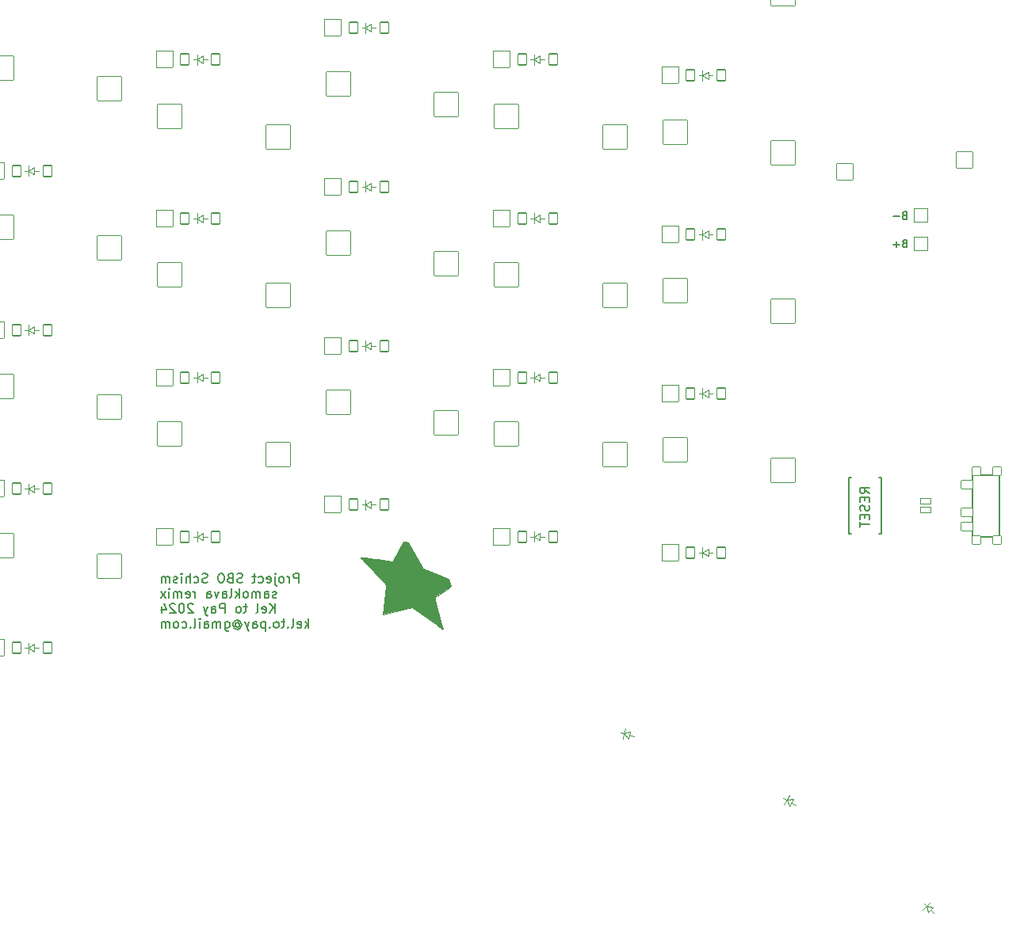
<source format=gbo>
%TF.GenerationSoftware,KiCad,Pcbnew,8.0.2*%
%TF.CreationDate,2024-05-30T16:07:25+01:00*%
%TF.ProjectId,board,626f6172-642e-46b6-9963-61645f706362,0.3*%
%TF.SameCoordinates,Original*%
%TF.FileFunction,Legend,Bot*%
%TF.FilePolarity,Positive*%
%FSLAX46Y46*%
G04 Gerber Fmt 4.6, Leading zero omitted, Abs format (unit mm)*
G04 Created by KiCad (PCBNEW 8.0.2) date 2024-05-30 16:07:25*
%MOMM*%
%LPD*%
G01*
G04 APERTURE LIST*
G04 Aperture macros list*
%AMRoundRect*
0 Rectangle with rounded corners*
0 $1 Rounding radius*
0 $2 $3 $4 $5 $6 $7 $8 $9 X,Y pos of 4 corners*
0 Add a 4 corners polygon primitive as box body*
4,1,4,$2,$3,$4,$5,$6,$7,$8,$9,$2,$3,0*
0 Add four circle primitives for the rounded corners*
1,1,$1+$1,$2,$3*
1,1,$1+$1,$4,$5*
1,1,$1+$1,$6,$7*
1,1,$1+$1,$8,$9*
0 Add four rect primitives between the rounded corners*
20,1,$1+$1,$2,$3,$4,$5,0*
20,1,$1+$1,$4,$5,$6,$7,0*
20,1,$1+$1,$6,$7,$8,$9,0*
20,1,$1+$1,$8,$9,$2,$3,0*%
G04 Aperture macros list end*
%ADD10C,0.150000*%
%ADD11C,0.050000*%
%ADD12C,0.100000*%
%ADD13R,1.752600X1.752600*%
%ADD14C,1.752600*%
%ADD15C,1.100000*%
%ADD16C,2.100000*%
%ADD17C,1.801800*%
%ADD18C,3.100000*%
%ADD19C,3.529000*%
%ADD20RoundRect,0.050000X-1.300000X-1.300000X1.300000X-1.300000X1.300000X1.300000X-1.300000X1.300000X0*%
%ADD21RoundRect,0.050000X-0.889000X-0.889000X0.889000X-0.889000X0.889000X0.889000X-0.889000X0.889000X0*%
%ADD22RoundRect,0.050000X-0.450000X-0.600000X0.450000X-0.600000X0.450000X0.600000X-0.450000X0.600000X0*%
%ADD23C,2.005000*%
%ADD24RoundRect,0.050000X-1.088798X-0.628618X0.628618X-1.088798X1.088798X0.628618X-0.628618X1.088798X0*%
%ADD25RoundRect,0.050000X-0.589958X-0.463087X0.279375X-0.696024X0.589958X0.463087X-0.279375X0.696024X0*%
%ADD26RoundRect,0.050000X-1.838478X0.000000X0.000000X-1.838478X1.838478X0.000000X0.000000X1.838478X0*%
%ADD27RoundRect,0.050000X-0.750000X-0.750000X0.750000X-0.750000X0.750000X0.750000X-0.750000X0.750000X0*%
%ADD28C,1.300000*%
%ADD29O,2.300000X1.700000*%
%ADD30RoundRect,0.050000X-1.592168X-0.919239X0.919239X-1.592168X1.592168X0.919239X-0.919239X1.592168X0*%
%ADD31RoundRect,0.050000X-1.257236X0.000000X0.000000X-1.257236X1.257236X0.000000X0.000000X1.257236X0*%
%ADD32RoundRect,0.050000X-0.742462X-0.106066X-0.106066X-0.742462X0.742462X0.106066X0.106066X0.742462X0*%
%ADD33RoundRect,0.050000X-1.214397X-0.325397X0.325397X-1.214397X1.214397X0.325397X-0.325397X1.214397X0*%
%ADD34RoundRect,0.050000X-0.689711X-0.294615X0.089711X-0.744615X0.689711X0.294615X-0.089711X0.744615X0*%
%ADD35RoundRect,0.050000X-0.450000X0.450000X-0.450000X-0.450000X0.450000X-0.450000X0.450000X0.450000X0*%
%ADD36RoundRect,0.050000X-0.625000X0.450000X-0.625000X-0.450000X0.625000X-0.450000X0.625000X0.450000X0*%
%ADD37RoundRect,0.050000X-0.571500X0.317500X-0.571500X-0.317500X0.571500X-0.317500X0.571500X0.317500X0*%
%ADD38RoundRect,0.050000X-0.876300X0.876300X-0.876300X-0.876300X0.876300X-0.876300X0.876300X0.876300X0*%
%ADD39C,1.852600*%
%ADD40RoundRect,0.050000X-1.775833X-0.475833X0.475833X-1.775833X1.775833X0.475833X-0.475833X1.775833X0*%
G04 APERTURE END LIST*
D10*
X28503446Y1960096D02*
X28503446Y2960096D01*
X28503446Y2960096D02*
X28122494Y2960096D01*
X28122494Y2960096D02*
X28027256Y2912477D01*
X28027256Y2912477D02*
X27979637Y2864858D01*
X27979637Y2864858D02*
X27932018Y2769620D01*
X27932018Y2769620D02*
X27932018Y2626763D01*
X27932018Y2626763D02*
X27979637Y2531525D01*
X27979637Y2531525D02*
X28027256Y2483906D01*
X28027256Y2483906D02*
X28122494Y2436287D01*
X28122494Y2436287D02*
X28503446Y2436287D01*
X27503446Y1960096D02*
X27503446Y2626763D01*
X27503446Y2436287D02*
X27455827Y2531525D01*
X27455827Y2531525D02*
X27408208Y2579144D01*
X27408208Y2579144D02*
X27312970Y2626763D01*
X27312970Y2626763D02*
X27217732Y2626763D01*
X26741541Y1960096D02*
X26836779Y2007716D01*
X26836779Y2007716D02*
X26884398Y2055335D01*
X26884398Y2055335D02*
X26932017Y2150573D01*
X26932017Y2150573D02*
X26932017Y2436287D01*
X26932017Y2436287D02*
X26884398Y2531525D01*
X26884398Y2531525D02*
X26836779Y2579144D01*
X26836779Y2579144D02*
X26741541Y2626763D01*
X26741541Y2626763D02*
X26598684Y2626763D01*
X26598684Y2626763D02*
X26503446Y2579144D01*
X26503446Y2579144D02*
X26455827Y2531525D01*
X26455827Y2531525D02*
X26408208Y2436287D01*
X26408208Y2436287D02*
X26408208Y2150573D01*
X26408208Y2150573D02*
X26455827Y2055335D01*
X26455827Y2055335D02*
X26503446Y2007716D01*
X26503446Y2007716D02*
X26598684Y1960096D01*
X26598684Y1960096D02*
X26741541Y1960096D01*
X25979636Y2626763D02*
X25979636Y1769620D01*
X25979636Y1769620D02*
X26027255Y1674382D01*
X26027255Y1674382D02*
X26122493Y1626763D01*
X26122493Y1626763D02*
X26170112Y1626763D01*
X25979636Y2960096D02*
X26027255Y2912477D01*
X26027255Y2912477D02*
X25979636Y2864858D01*
X25979636Y2864858D02*
X25932017Y2912477D01*
X25932017Y2912477D02*
X25979636Y2960096D01*
X25979636Y2960096D02*
X25979636Y2864858D01*
X25122494Y2007716D02*
X25217732Y1960096D01*
X25217732Y1960096D02*
X25408208Y1960096D01*
X25408208Y1960096D02*
X25503446Y2007716D01*
X25503446Y2007716D02*
X25551065Y2102954D01*
X25551065Y2102954D02*
X25551065Y2483906D01*
X25551065Y2483906D02*
X25503446Y2579144D01*
X25503446Y2579144D02*
X25408208Y2626763D01*
X25408208Y2626763D02*
X25217732Y2626763D01*
X25217732Y2626763D02*
X25122494Y2579144D01*
X25122494Y2579144D02*
X25074875Y2483906D01*
X25074875Y2483906D02*
X25074875Y2388668D01*
X25074875Y2388668D02*
X25551065Y2293430D01*
X24217732Y2007716D02*
X24312970Y1960096D01*
X24312970Y1960096D02*
X24503446Y1960096D01*
X24503446Y1960096D02*
X24598684Y2007716D01*
X24598684Y2007716D02*
X24646303Y2055335D01*
X24646303Y2055335D02*
X24693922Y2150573D01*
X24693922Y2150573D02*
X24693922Y2436287D01*
X24693922Y2436287D02*
X24646303Y2531525D01*
X24646303Y2531525D02*
X24598684Y2579144D01*
X24598684Y2579144D02*
X24503446Y2626763D01*
X24503446Y2626763D02*
X24312970Y2626763D01*
X24312970Y2626763D02*
X24217732Y2579144D01*
X23932017Y2626763D02*
X23551065Y2626763D01*
X23789160Y2960096D02*
X23789160Y2102954D01*
X23789160Y2102954D02*
X23741541Y2007716D01*
X23741541Y2007716D02*
X23646303Y1960096D01*
X23646303Y1960096D02*
X23551065Y1960096D01*
X22503445Y2007716D02*
X22360588Y1960096D01*
X22360588Y1960096D02*
X22122493Y1960096D01*
X22122493Y1960096D02*
X22027255Y2007716D01*
X22027255Y2007716D02*
X21979636Y2055335D01*
X21979636Y2055335D02*
X21932017Y2150573D01*
X21932017Y2150573D02*
X21932017Y2245811D01*
X21932017Y2245811D02*
X21979636Y2341049D01*
X21979636Y2341049D02*
X22027255Y2388668D01*
X22027255Y2388668D02*
X22122493Y2436287D01*
X22122493Y2436287D02*
X22312969Y2483906D01*
X22312969Y2483906D02*
X22408207Y2531525D01*
X22408207Y2531525D02*
X22455826Y2579144D01*
X22455826Y2579144D02*
X22503445Y2674382D01*
X22503445Y2674382D02*
X22503445Y2769620D01*
X22503445Y2769620D02*
X22455826Y2864858D01*
X22455826Y2864858D02*
X22408207Y2912477D01*
X22408207Y2912477D02*
X22312969Y2960096D01*
X22312969Y2960096D02*
X22074874Y2960096D01*
X22074874Y2960096D02*
X21932017Y2912477D01*
X21170112Y2483906D02*
X21027255Y2436287D01*
X21027255Y2436287D02*
X20979636Y2388668D01*
X20979636Y2388668D02*
X20932017Y2293430D01*
X20932017Y2293430D02*
X20932017Y2150573D01*
X20932017Y2150573D02*
X20979636Y2055335D01*
X20979636Y2055335D02*
X21027255Y2007716D01*
X21027255Y2007716D02*
X21122493Y1960096D01*
X21122493Y1960096D02*
X21503445Y1960096D01*
X21503445Y1960096D02*
X21503445Y2960096D01*
X21503445Y2960096D02*
X21170112Y2960096D01*
X21170112Y2960096D02*
X21074874Y2912477D01*
X21074874Y2912477D02*
X21027255Y2864858D01*
X21027255Y2864858D02*
X20979636Y2769620D01*
X20979636Y2769620D02*
X20979636Y2674382D01*
X20979636Y2674382D02*
X21027255Y2579144D01*
X21027255Y2579144D02*
X21074874Y2531525D01*
X21074874Y2531525D02*
X21170112Y2483906D01*
X21170112Y2483906D02*
X21503445Y2483906D01*
X20312969Y2960096D02*
X20122493Y2960096D01*
X20122493Y2960096D02*
X20027255Y2912477D01*
X20027255Y2912477D02*
X19932017Y2817239D01*
X19932017Y2817239D02*
X19884398Y2626763D01*
X19884398Y2626763D02*
X19884398Y2293430D01*
X19884398Y2293430D02*
X19932017Y2102954D01*
X19932017Y2102954D02*
X20027255Y2007716D01*
X20027255Y2007716D02*
X20122493Y1960096D01*
X20122493Y1960096D02*
X20312969Y1960096D01*
X20312969Y1960096D02*
X20408207Y2007716D01*
X20408207Y2007716D02*
X20503445Y2102954D01*
X20503445Y2102954D02*
X20551064Y2293430D01*
X20551064Y2293430D02*
X20551064Y2626763D01*
X20551064Y2626763D02*
X20503445Y2817239D01*
X20503445Y2817239D02*
X20408207Y2912477D01*
X20408207Y2912477D02*
X20312969Y2960096D01*
X18741540Y2007716D02*
X18598683Y1960096D01*
X18598683Y1960096D02*
X18360588Y1960096D01*
X18360588Y1960096D02*
X18265350Y2007716D01*
X18265350Y2007716D02*
X18217731Y2055335D01*
X18217731Y2055335D02*
X18170112Y2150573D01*
X18170112Y2150573D02*
X18170112Y2245811D01*
X18170112Y2245811D02*
X18217731Y2341049D01*
X18217731Y2341049D02*
X18265350Y2388668D01*
X18265350Y2388668D02*
X18360588Y2436287D01*
X18360588Y2436287D02*
X18551064Y2483906D01*
X18551064Y2483906D02*
X18646302Y2531525D01*
X18646302Y2531525D02*
X18693921Y2579144D01*
X18693921Y2579144D02*
X18741540Y2674382D01*
X18741540Y2674382D02*
X18741540Y2769620D01*
X18741540Y2769620D02*
X18693921Y2864858D01*
X18693921Y2864858D02*
X18646302Y2912477D01*
X18646302Y2912477D02*
X18551064Y2960096D01*
X18551064Y2960096D02*
X18312969Y2960096D01*
X18312969Y2960096D02*
X18170112Y2912477D01*
X17312969Y2007716D02*
X17408207Y1960096D01*
X17408207Y1960096D02*
X17598683Y1960096D01*
X17598683Y1960096D02*
X17693921Y2007716D01*
X17693921Y2007716D02*
X17741540Y2055335D01*
X17741540Y2055335D02*
X17789159Y2150573D01*
X17789159Y2150573D02*
X17789159Y2436287D01*
X17789159Y2436287D02*
X17741540Y2531525D01*
X17741540Y2531525D02*
X17693921Y2579144D01*
X17693921Y2579144D02*
X17598683Y2626763D01*
X17598683Y2626763D02*
X17408207Y2626763D01*
X17408207Y2626763D02*
X17312969Y2579144D01*
X16884397Y1960096D02*
X16884397Y2960096D01*
X16455826Y1960096D02*
X16455826Y2483906D01*
X16455826Y2483906D02*
X16503445Y2579144D01*
X16503445Y2579144D02*
X16598683Y2626763D01*
X16598683Y2626763D02*
X16741540Y2626763D01*
X16741540Y2626763D02*
X16836778Y2579144D01*
X16836778Y2579144D02*
X16884397Y2531525D01*
X15979635Y1960096D02*
X15979635Y2626763D01*
X15979635Y2960096D02*
X16027254Y2912477D01*
X16027254Y2912477D02*
X15979635Y2864858D01*
X15979635Y2864858D02*
X15932016Y2912477D01*
X15932016Y2912477D02*
X15979635Y2960096D01*
X15979635Y2960096D02*
X15979635Y2864858D01*
X15551064Y2007716D02*
X15455826Y1960096D01*
X15455826Y1960096D02*
X15265350Y1960096D01*
X15265350Y1960096D02*
X15170112Y2007716D01*
X15170112Y2007716D02*
X15122493Y2102954D01*
X15122493Y2102954D02*
X15122493Y2150573D01*
X15122493Y2150573D02*
X15170112Y2245811D01*
X15170112Y2245811D02*
X15265350Y2293430D01*
X15265350Y2293430D02*
X15408207Y2293430D01*
X15408207Y2293430D02*
X15503445Y2341049D01*
X15503445Y2341049D02*
X15551064Y2436287D01*
X15551064Y2436287D02*
X15551064Y2483906D01*
X15551064Y2483906D02*
X15503445Y2579144D01*
X15503445Y2579144D02*
X15408207Y2626763D01*
X15408207Y2626763D02*
X15265350Y2626763D01*
X15265350Y2626763D02*
X15170112Y2579144D01*
X14693921Y1960096D02*
X14693921Y2626763D01*
X14693921Y2531525D02*
X14646302Y2579144D01*
X14646302Y2579144D02*
X14551064Y2626763D01*
X14551064Y2626763D02*
X14408207Y2626763D01*
X14408207Y2626763D02*
X14312969Y2579144D01*
X14312969Y2579144D02*
X14265350Y2483906D01*
X14265350Y2483906D02*
X14265350Y1960096D01*
X14265350Y2483906D02*
X14217731Y2579144D01*
X14217731Y2579144D02*
X14122493Y2626763D01*
X14122493Y2626763D02*
X13979636Y2626763D01*
X13979636Y2626763D02*
X13884397Y2579144D01*
X13884397Y2579144D02*
X13836778Y2483906D01*
X13836778Y2483906D02*
X13836778Y1960096D01*
X26122494Y397772D02*
X26027256Y350152D01*
X26027256Y350152D02*
X25836780Y350152D01*
X25836780Y350152D02*
X25741542Y397772D01*
X25741542Y397772D02*
X25693923Y493010D01*
X25693923Y493010D02*
X25693923Y540629D01*
X25693923Y540629D02*
X25741542Y635867D01*
X25741542Y635867D02*
X25836780Y683486D01*
X25836780Y683486D02*
X25979637Y683486D01*
X25979637Y683486D02*
X26074875Y731105D01*
X26074875Y731105D02*
X26122494Y826343D01*
X26122494Y826343D02*
X26122494Y873962D01*
X26122494Y873962D02*
X26074875Y969200D01*
X26074875Y969200D02*
X25979637Y1016819D01*
X25979637Y1016819D02*
X25836780Y1016819D01*
X25836780Y1016819D02*
X25741542Y969200D01*
X24836780Y350152D02*
X24836780Y873962D01*
X24836780Y873962D02*
X24884399Y969200D01*
X24884399Y969200D02*
X24979637Y1016819D01*
X24979637Y1016819D02*
X25170113Y1016819D01*
X25170113Y1016819D02*
X25265351Y969200D01*
X24836780Y397772D02*
X24932018Y350152D01*
X24932018Y350152D02*
X25170113Y350152D01*
X25170113Y350152D02*
X25265351Y397772D01*
X25265351Y397772D02*
X25312970Y493010D01*
X25312970Y493010D02*
X25312970Y588248D01*
X25312970Y588248D02*
X25265351Y683486D01*
X25265351Y683486D02*
X25170113Y731105D01*
X25170113Y731105D02*
X24932018Y731105D01*
X24932018Y731105D02*
X24836780Y778724D01*
X24360589Y350152D02*
X24360589Y1016819D01*
X24360589Y921581D02*
X24312970Y969200D01*
X24312970Y969200D02*
X24217732Y1016819D01*
X24217732Y1016819D02*
X24074875Y1016819D01*
X24074875Y1016819D02*
X23979637Y969200D01*
X23979637Y969200D02*
X23932018Y873962D01*
X23932018Y873962D02*
X23932018Y350152D01*
X23932018Y873962D02*
X23884399Y969200D01*
X23884399Y969200D02*
X23789161Y1016819D01*
X23789161Y1016819D02*
X23646304Y1016819D01*
X23646304Y1016819D02*
X23551065Y969200D01*
X23551065Y969200D02*
X23503446Y873962D01*
X23503446Y873962D02*
X23503446Y350152D01*
X22884399Y350152D02*
X22979637Y397772D01*
X22979637Y397772D02*
X23027256Y445391D01*
X23027256Y445391D02*
X23074875Y540629D01*
X23074875Y540629D02*
X23074875Y826343D01*
X23074875Y826343D02*
X23027256Y921581D01*
X23027256Y921581D02*
X22979637Y969200D01*
X22979637Y969200D02*
X22884399Y1016819D01*
X22884399Y1016819D02*
X22741542Y1016819D01*
X22741542Y1016819D02*
X22646304Y969200D01*
X22646304Y969200D02*
X22598685Y921581D01*
X22598685Y921581D02*
X22551066Y826343D01*
X22551066Y826343D02*
X22551066Y540629D01*
X22551066Y540629D02*
X22598685Y445391D01*
X22598685Y445391D02*
X22646304Y397772D01*
X22646304Y397772D02*
X22741542Y350152D01*
X22741542Y350152D02*
X22884399Y350152D01*
X22122494Y350152D02*
X22122494Y1350152D01*
X22027256Y731105D02*
X21741542Y350152D01*
X21741542Y1016819D02*
X22122494Y635867D01*
X21170113Y350152D02*
X21265351Y397772D01*
X21265351Y397772D02*
X21312970Y493010D01*
X21312970Y493010D02*
X21312970Y1350152D01*
X20360589Y350152D02*
X20360589Y873962D01*
X20360589Y873962D02*
X20408208Y969200D01*
X20408208Y969200D02*
X20503446Y1016819D01*
X20503446Y1016819D02*
X20693922Y1016819D01*
X20693922Y1016819D02*
X20789160Y969200D01*
X20360589Y397772D02*
X20455827Y350152D01*
X20455827Y350152D02*
X20693922Y350152D01*
X20693922Y350152D02*
X20789160Y397772D01*
X20789160Y397772D02*
X20836779Y493010D01*
X20836779Y493010D02*
X20836779Y588248D01*
X20836779Y588248D02*
X20789160Y683486D01*
X20789160Y683486D02*
X20693922Y731105D01*
X20693922Y731105D02*
X20455827Y731105D01*
X20455827Y731105D02*
X20360589Y778724D01*
X19979636Y1016819D02*
X19741541Y350152D01*
X19741541Y350152D02*
X19503446Y1016819D01*
X18693922Y350152D02*
X18693922Y873962D01*
X18693922Y873962D02*
X18741541Y969200D01*
X18741541Y969200D02*
X18836779Y1016819D01*
X18836779Y1016819D02*
X19027255Y1016819D01*
X19027255Y1016819D02*
X19122493Y969200D01*
X18693922Y397772D02*
X18789160Y350152D01*
X18789160Y350152D02*
X19027255Y350152D01*
X19027255Y350152D02*
X19122493Y397772D01*
X19122493Y397772D02*
X19170112Y493010D01*
X19170112Y493010D02*
X19170112Y588248D01*
X19170112Y588248D02*
X19122493Y683486D01*
X19122493Y683486D02*
X19027255Y731105D01*
X19027255Y731105D02*
X18789160Y731105D01*
X18789160Y731105D02*
X18693922Y778724D01*
X17455826Y350152D02*
X17455826Y1016819D01*
X17455826Y826343D02*
X17408207Y921581D01*
X17408207Y921581D02*
X17360588Y969200D01*
X17360588Y969200D02*
X17265350Y1016819D01*
X17265350Y1016819D02*
X17170112Y1016819D01*
X16455826Y397772D02*
X16551064Y350152D01*
X16551064Y350152D02*
X16741540Y350152D01*
X16741540Y350152D02*
X16836778Y397772D01*
X16836778Y397772D02*
X16884397Y493010D01*
X16884397Y493010D02*
X16884397Y873962D01*
X16884397Y873962D02*
X16836778Y969200D01*
X16836778Y969200D02*
X16741540Y1016819D01*
X16741540Y1016819D02*
X16551064Y1016819D01*
X16551064Y1016819D02*
X16455826Y969200D01*
X16455826Y969200D02*
X16408207Y873962D01*
X16408207Y873962D02*
X16408207Y778724D01*
X16408207Y778724D02*
X16884397Y683486D01*
X15979635Y350152D02*
X15979635Y1016819D01*
X15979635Y921581D02*
X15932016Y969200D01*
X15932016Y969200D02*
X15836778Y1016819D01*
X15836778Y1016819D02*
X15693921Y1016819D01*
X15693921Y1016819D02*
X15598683Y969200D01*
X15598683Y969200D02*
X15551064Y873962D01*
X15551064Y873962D02*
X15551064Y350152D01*
X15551064Y873962D02*
X15503445Y969200D01*
X15503445Y969200D02*
X15408207Y1016819D01*
X15408207Y1016819D02*
X15265350Y1016819D01*
X15265350Y1016819D02*
X15170111Y969200D01*
X15170111Y969200D02*
X15122492Y873962D01*
X15122492Y873962D02*
X15122492Y350152D01*
X14646302Y350152D02*
X14646302Y1016819D01*
X14646302Y1350152D02*
X14693921Y1302533D01*
X14693921Y1302533D02*
X14646302Y1254914D01*
X14646302Y1254914D02*
X14598683Y1302533D01*
X14598683Y1302533D02*
X14646302Y1350152D01*
X14646302Y1350152D02*
X14646302Y1254914D01*
X14265350Y350152D02*
X13741541Y1016819D01*
X14265350Y1016819D02*
X13741541Y350152D01*
X25979638Y-1259791D02*
X25979638Y-259791D01*
X25408210Y-1259791D02*
X25836781Y-688362D01*
X25408210Y-259791D02*
X25979638Y-831219D01*
X24598686Y-1212172D02*
X24693924Y-1259791D01*
X24693924Y-1259791D02*
X24884400Y-1259791D01*
X24884400Y-1259791D02*
X24979638Y-1212172D01*
X24979638Y-1212172D02*
X25027257Y-1116933D01*
X25027257Y-1116933D02*
X25027257Y-735981D01*
X25027257Y-735981D02*
X24979638Y-640743D01*
X24979638Y-640743D02*
X24884400Y-593124D01*
X24884400Y-593124D02*
X24693924Y-593124D01*
X24693924Y-593124D02*
X24598686Y-640743D01*
X24598686Y-640743D02*
X24551067Y-735981D01*
X24551067Y-735981D02*
X24551067Y-831219D01*
X24551067Y-831219D02*
X25027257Y-926457D01*
X23979638Y-1259791D02*
X24074876Y-1212172D01*
X24074876Y-1212172D02*
X24122495Y-1116933D01*
X24122495Y-1116933D02*
X24122495Y-259791D01*
X22979637Y-593124D02*
X22598685Y-593124D01*
X22836780Y-259791D02*
X22836780Y-1116933D01*
X22836780Y-1116933D02*
X22789161Y-1212172D01*
X22789161Y-1212172D02*
X22693923Y-1259791D01*
X22693923Y-1259791D02*
X22598685Y-1259791D01*
X22122494Y-1259791D02*
X22217732Y-1212172D01*
X22217732Y-1212172D02*
X22265351Y-1164552D01*
X22265351Y-1164552D02*
X22312970Y-1069314D01*
X22312970Y-1069314D02*
X22312970Y-783600D01*
X22312970Y-783600D02*
X22265351Y-688362D01*
X22265351Y-688362D02*
X22217732Y-640743D01*
X22217732Y-640743D02*
X22122494Y-593124D01*
X22122494Y-593124D02*
X21979637Y-593124D01*
X21979637Y-593124D02*
X21884399Y-640743D01*
X21884399Y-640743D02*
X21836780Y-688362D01*
X21836780Y-688362D02*
X21789161Y-783600D01*
X21789161Y-783600D02*
X21789161Y-1069314D01*
X21789161Y-1069314D02*
X21836780Y-1164552D01*
X21836780Y-1164552D02*
X21884399Y-1212172D01*
X21884399Y-1212172D02*
X21979637Y-1259791D01*
X21979637Y-1259791D02*
X22122494Y-1259791D01*
X20598684Y-1259791D02*
X20598684Y-259791D01*
X20598684Y-259791D02*
X20217732Y-259791D01*
X20217732Y-259791D02*
X20122494Y-307410D01*
X20122494Y-307410D02*
X20074875Y-355029D01*
X20074875Y-355029D02*
X20027256Y-450267D01*
X20027256Y-450267D02*
X20027256Y-593124D01*
X20027256Y-593124D02*
X20074875Y-688362D01*
X20074875Y-688362D02*
X20122494Y-735981D01*
X20122494Y-735981D02*
X20217732Y-783600D01*
X20217732Y-783600D02*
X20598684Y-783600D01*
X19170113Y-1259791D02*
X19170113Y-735981D01*
X19170113Y-735981D02*
X19217732Y-640743D01*
X19217732Y-640743D02*
X19312970Y-593124D01*
X19312970Y-593124D02*
X19503446Y-593124D01*
X19503446Y-593124D02*
X19598684Y-640743D01*
X19170113Y-1212172D02*
X19265351Y-1259791D01*
X19265351Y-1259791D02*
X19503446Y-1259791D01*
X19503446Y-1259791D02*
X19598684Y-1212172D01*
X19598684Y-1212172D02*
X19646303Y-1116933D01*
X19646303Y-1116933D02*
X19646303Y-1021695D01*
X19646303Y-1021695D02*
X19598684Y-926457D01*
X19598684Y-926457D02*
X19503446Y-878838D01*
X19503446Y-878838D02*
X19265351Y-878838D01*
X19265351Y-878838D02*
X19170113Y-831219D01*
X18789160Y-593124D02*
X18551065Y-1259791D01*
X18312970Y-593124D02*
X18551065Y-1259791D01*
X18551065Y-1259791D02*
X18646303Y-1497886D01*
X18646303Y-1497886D02*
X18693922Y-1545505D01*
X18693922Y-1545505D02*
X18789160Y-1593124D01*
X17217731Y-355029D02*
X17170112Y-307410D01*
X17170112Y-307410D02*
X17074874Y-259791D01*
X17074874Y-259791D02*
X16836779Y-259791D01*
X16836779Y-259791D02*
X16741541Y-307410D01*
X16741541Y-307410D02*
X16693922Y-355029D01*
X16693922Y-355029D02*
X16646303Y-450267D01*
X16646303Y-450267D02*
X16646303Y-545505D01*
X16646303Y-545505D02*
X16693922Y-688362D01*
X16693922Y-688362D02*
X17265350Y-1259791D01*
X17265350Y-1259791D02*
X16646303Y-1259791D01*
X16027255Y-259791D02*
X15932017Y-259791D01*
X15932017Y-259791D02*
X15836779Y-307410D01*
X15836779Y-307410D02*
X15789160Y-355029D01*
X15789160Y-355029D02*
X15741541Y-450267D01*
X15741541Y-450267D02*
X15693922Y-640743D01*
X15693922Y-640743D02*
X15693922Y-878838D01*
X15693922Y-878838D02*
X15741541Y-1069314D01*
X15741541Y-1069314D02*
X15789160Y-1164552D01*
X15789160Y-1164552D02*
X15836779Y-1212172D01*
X15836779Y-1212172D02*
X15932017Y-1259791D01*
X15932017Y-1259791D02*
X16027255Y-1259791D01*
X16027255Y-1259791D02*
X16122493Y-1212172D01*
X16122493Y-1212172D02*
X16170112Y-1164552D01*
X16170112Y-1164552D02*
X16217731Y-1069314D01*
X16217731Y-1069314D02*
X16265350Y-878838D01*
X16265350Y-878838D02*
X16265350Y-640743D01*
X16265350Y-640743D02*
X16217731Y-450267D01*
X16217731Y-450267D02*
X16170112Y-355029D01*
X16170112Y-355029D02*
X16122493Y-307410D01*
X16122493Y-307410D02*
X16027255Y-259791D01*
X15312969Y-355029D02*
X15265350Y-307410D01*
X15265350Y-307410D02*
X15170112Y-259791D01*
X15170112Y-259791D02*
X14932017Y-259791D01*
X14932017Y-259791D02*
X14836779Y-307410D01*
X14836779Y-307410D02*
X14789160Y-355029D01*
X14789160Y-355029D02*
X14741541Y-450267D01*
X14741541Y-450267D02*
X14741541Y-545505D01*
X14741541Y-545505D02*
X14789160Y-688362D01*
X14789160Y-688362D02*
X15360588Y-1259791D01*
X15360588Y-1259791D02*
X14741541Y-1259791D01*
X13884398Y-593124D02*
X13884398Y-1259791D01*
X14122493Y-212172D02*
X14360588Y-926457D01*
X14360588Y-926457D02*
X13741541Y-926457D01*
X29551064Y-2869735D02*
X29551064Y-1869735D01*
X29455826Y-2488782D02*
X29170112Y-2869735D01*
X29170112Y-2203068D02*
X29551064Y-2584020D01*
X28360588Y-2822116D02*
X28455826Y-2869735D01*
X28455826Y-2869735D02*
X28646302Y-2869735D01*
X28646302Y-2869735D02*
X28741540Y-2822116D01*
X28741540Y-2822116D02*
X28789159Y-2726877D01*
X28789159Y-2726877D02*
X28789159Y-2345925D01*
X28789159Y-2345925D02*
X28741540Y-2250687D01*
X28741540Y-2250687D02*
X28646302Y-2203068D01*
X28646302Y-2203068D02*
X28455826Y-2203068D01*
X28455826Y-2203068D02*
X28360588Y-2250687D01*
X28360588Y-2250687D02*
X28312969Y-2345925D01*
X28312969Y-2345925D02*
X28312969Y-2441163D01*
X28312969Y-2441163D02*
X28789159Y-2536401D01*
X27741540Y-2869735D02*
X27836778Y-2822116D01*
X27836778Y-2822116D02*
X27884397Y-2726877D01*
X27884397Y-2726877D02*
X27884397Y-1869735D01*
X27360587Y-2774496D02*
X27312968Y-2822116D01*
X27312968Y-2822116D02*
X27360587Y-2869735D01*
X27360587Y-2869735D02*
X27408206Y-2822116D01*
X27408206Y-2822116D02*
X27360587Y-2774496D01*
X27360587Y-2774496D02*
X27360587Y-2869735D01*
X27027254Y-2203068D02*
X26646302Y-2203068D01*
X26884397Y-1869735D02*
X26884397Y-2726877D01*
X26884397Y-2726877D02*
X26836778Y-2822116D01*
X26836778Y-2822116D02*
X26741540Y-2869735D01*
X26741540Y-2869735D02*
X26646302Y-2869735D01*
X26170111Y-2869735D02*
X26265349Y-2822116D01*
X26265349Y-2822116D02*
X26312968Y-2774496D01*
X26312968Y-2774496D02*
X26360587Y-2679258D01*
X26360587Y-2679258D02*
X26360587Y-2393544D01*
X26360587Y-2393544D02*
X26312968Y-2298306D01*
X26312968Y-2298306D02*
X26265349Y-2250687D01*
X26265349Y-2250687D02*
X26170111Y-2203068D01*
X26170111Y-2203068D02*
X26027254Y-2203068D01*
X26027254Y-2203068D02*
X25932016Y-2250687D01*
X25932016Y-2250687D02*
X25884397Y-2298306D01*
X25884397Y-2298306D02*
X25836778Y-2393544D01*
X25836778Y-2393544D02*
X25836778Y-2679258D01*
X25836778Y-2679258D02*
X25884397Y-2774496D01*
X25884397Y-2774496D02*
X25932016Y-2822116D01*
X25932016Y-2822116D02*
X26027254Y-2869735D01*
X26027254Y-2869735D02*
X26170111Y-2869735D01*
X25408206Y-2774496D02*
X25360587Y-2822116D01*
X25360587Y-2822116D02*
X25408206Y-2869735D01*
X25408206Y-2869735D02*
X25455825Y-2822116D01*
X25455825Y-2822116D02*
X25408206Y-2774496D01*
X25408206Y-2774496D02*
X25408206Y-2869735D01*
X24932016Y-2203068D02*
X24932016Y-3203068D01*
X24932016Y-2250687D02*
X24836778Y-2203068D01*
X24836778Y-2203068D02*
X24646302Y-2203068D01*
X24646302Y-2203068D02*
X24551064Y-2250687D01*
X24551064Y-2250687D02*
X24503445Y-2298306D01*
X24503445Y-2298306D02*
X24455826Y-2393544D01*
X24455826Y-2393544D02*
X24455826Y-2679258D01*
X24455826Y-2679258D02*
X24503445Y-2774496D01*
X24503445Y-2774496D02*
X24551064Y-2822116D01*
X24551064Y-2822116D02*
X24646302Y-2869735D01*
X24646302Y-2869735D02*
X24836778Y-2869735D01*
X24836778Y-2869735D02*
X24932016Y-2822116D01*
X23598683Y-2869735D02*
X23598683Y-2345925D01*
X23598683Y-2345925D02*
X23646302Y-2250687D01*
X23646302Y-2250687D02*
X23741540Y-2203068D01*
X23741540Y-2203068D02*
X23932016Y-2203068D01*
X23932016Y-2203068D02*
X24027254Y-2250687D01*
X23598683Y-2822116D02*
X23693921Y-2869735D01*
X23693921Y-2869735D02*
X23932016Y-2869735D01*
X23932016Y-2869735D02*
X24027254Y-2822116D01*
X24027254Y-2822116D02*
X24074873Y-2726877D01*
X24074873Y-2726877D02*
X24074873Y-2631639D01*
X24074873Y-2631639D02*
X24027254Y-2536401D01*
X24027254Y-2536401D02*
X23932016Y-2488782D01*
X23932016Y-2488782D02*
X23693921Y-2488782D01*
X23693921Y-2488782D02*
X23598683Y-2441163D01*
X23217730Y-2203068D02*
X22979635Y-2869735D01*
X22741540Y-2203068D02*
X22979635Y-2869735D01*
X22979635Y-2869735D02*
X23074873Y-3107830D01*
X23074873Y-3107830D02*
X23122492Y-3155449D01*
X23122492Y-3155449D02*
X23217730Y-3203068D01*
X21741540Y-2393544D02*
X21789159Y-2345925D01*
X21789159Y-2345925D02*
X21884397Y-2298306D01*
X21884397Y-2298306D02*
X21979635Y-2298306D01*
X21979635Y-2298306D02*
X22074873Y-2345925D01*
X22074873Y-2345925D02*
X22122492Y-2393544D01*
X22122492Y-2393544D02*
X22170111Y-2488782D01*
X22170111Y-2488782D02*
X22170111Y-2584020D01*
X22170111Y-2584020D02*
X22122492Y-2679258D01*
X22122492Y-2679258D02*
X22074873Y-2726877D01*
X22074873Y-2726877D02*
X21979635Y-2774496D01*
X21979635Y-2774496D02*
X21884397Y-2774496D01*
X21884397Y-2774496D02*
X21789159Y-2726877D01*
X21789159Y-2726877D02*
X21741540Y-2679258D01*
X21741540Y-2298306D02*
X21741540Y-2679258D01*
X21741540Y-2679258D02*
X21693921Y-2726877D01*
X21693921Y-2726877D02*
X21646302Y-2726877D01*
X21646302Y-2726877D02*
X21551063Y-2679258D01*
X21551063Y-2679258D02*
X21503444Y-2584020D01*
X21503444Y-2584020D02*
X21503444Y-2345925D01*
X21503444Y-2345925D02*
X21598683Y-2203068D01*
X21598683Y-2203068D02*
X21741540Y-2107830D01*
X21741540Y-2107830D02*
X21932016Y-2060211D01*
X21932016Y-2060211D02*
X22122492Y-2107830D01*
X22122492Y-2107830D02*
X22265349Y-2203068D01*
X22265349Y-2203068D02*
X22360587Y-2345925D01*
X22360587Y-2345925D02*
X22408206Y-2536401D01*
X22408206Y-2536401D02*
X22360587Y-2726877D01*
X22360587Y-2726877D02*
X22265349Y-2869735D01*
X22265349Y-2869735D02*
X22122492Y-2964973D01*
X22122492Y-2964973D02*
X21932016Y-3012592D01*
X21932016Y-3012592D02*
X21741540Y-2964973D01*
X21741540Y-2964973D02*
X21598683Y-2869735D01*
X20646302Y-2203068D02*
X20646302Y-3012592D01*
X20646302Y-3012592D02*
X20693921Y-3107830D01*
X20693921Y-3107830D02*
X20741540Y-3155449D01*
X20741540Y-3155449D02*
X20836778Y-3203068D01*
X20836778Y-3203068D02*
X20979635Y-3203068D01*
X20979635Y-3203068D02*
X21074873Y-3155449D01*
X20646302Y-2822116D02*
X20741540Y-2869735D01*
X20741540Y-2869735D02*
X20932016Y-2869735D01*
X20932016Y-2869735D02*
X21027254Y-2822116D01*
X21027254Y-2822116D02*
X21074873Y-2774496D01*
X21074873Y-2774496D02*
X21122492Y-2679258D01*
X21122492Y-2679258D02*
X21122492Y-2393544D01*
X21122492Y-2393544D02*
X21074873Y-2298306D01*
X21074873Y-2298306D02*
X21027254Y-2250687D01*
X21027254Y-2250687D02*
X20932016Y-2203068D01*
X20932016Y-2203068D02*
X20741540Y-2203068D01*
X20741540Y-2203068D02*
X20646302Y-2250687D01*
X20170111Y-2869735D02*
X20170111Y-2203068D01*
X20170111Y-2298306D02*
X20122492Y-2250687D01*
X20122492Y-2250687D02*
X20027254Y-2203068D01*
X20027254Y-2203068D02*
X19884397Y-2203068D01*
X19884397Y-2203068D02*
X19789159Y-2250687D01*
X19789159Y-2250687D02*
X19741540Y-2345925D01*
X19741540Y-2345925D02*
X19741540Y-2869735D01*
X19741540Y-2345925D02*
X19693921Y-2250687D01*
X19693921Y-2250687D02*
X19598683Y-2203068D01*
X19598683Y-2203068D02*
X19455826Y-2203068D01*
X19455826Y-2203068D02*
X19360587Y-2250687D01*
X19360587Y-2250687D02*
X19312968Y-2345925D01*
X19312968Y-2345925D02*
X19312968Y-2869735D01*
X18408207Y-2869735D02*
X18408207Y-2345925D01*
X18408207Y-2345925D02*
X18455826Y-2250687D01*
X18455826Y-2250687D02*
X18551064Y-2203068D01*
X18551064Y-2203068D02*
X18741540Y-2203068D01*
X18741540Y-2203068D02*
X18836778Y-2250687D01*
X18408207Y-2822116D02*
X18503445Y-2869735D01*
X18503445Y-2869735D02*
X18741540Y-2869735D01*
X18741540Y-2869735D02*
X18836778Y-2822116D01*
X18836778Y-2822116D02*
X18884397Y-2726877D01*
X18884397Y-2726877D02*
X18884397Y-2631639D01*
X18884397Y-2631639D02*
X18836778Y-2536401D01*
X18836778Y-2536401D02*
X18741540Y-2488782D01*
X18741540Y-2488782D02*
X18503445Y-2488782D01*
X18503445Y-2488782D02*
X18408207Y-2441163D01*
X17932016Y-2869735D02*
X17932016Y-2203068D01*
X17932016Y-1869735D02*
X17979635Y-1917354D01*
X17979635Y-1917354D02*
X17932016Y-1964973D01*
X17932016Y-1964973D02*
X17884397Y-1917354D01*
X17884397Y-1917354D02*
X17932016Y-1869735D01*
X17932016Y-1869735D02*
X17932016Y-1964973D01*
X17312969Y-2869735D02*
X17408207Y-2822116D01*
X17408207Y-2822116D02*
X17455826Y-2726877D01*
X17455826Y-2726877D02*
X17455826Y-1869735D01*
X16932016Y-2774496D02*
X16884397Y-2822116D01*
X16884397Y-2822116D02*
X16932016Y-2869735D01*
X16932016Y-2869735D02*
X16979635Y-2822116D01*
X16979635Y-2822116D02*
X16932016Y-2774496D01*
X16932016Y-2774496D02*
X16932016Y-2869735D01*
X16027255Y-2822116D02*
X16122493Y-2869735D01*
X16122493Y-2869735D02*
X16312969Y-2869735D01*
X16312969Y-2869735D02*
X16408207Y-2822116D01*
X16408207Y-2822116D02*
X16455826Y-2774496D01*
X16455826Y-2774496D02*
X16503445Y-2679258D01*
X16503445Y-2679258D02*
X16503445Y-2393544D01*
X16503445Y-2393544D02*
X16455826Y-2298306D01*
X16455826Y-2298306D02*
X16408207Y-2250687D01*
X16408207Y-2250687D02*
X16312969Y-2203068D01*
X16312969Y-2203068D02*
X16122493Y-2203068D01*
X16122493Y-2203068D02*
X16027255Y-2250687D01*
X15455826Y-2869735D02*
X15551064Y-2822116D01*
X15551064Y-2822116D02*
X15598683Y-2774496D01*
X15598683Y-2774496D02*
X15646302Y-2679258D01*
X15646302Y-2679258D02*
X15646302Y-2393544D01*
X15646302Y-2393544D02*
X15598683Y-2298306D01*
X15598683Y-2298306D02*
X15551064Y-2250687D01*
X15551064Y-2250687D02*
X15455826Y-2203068D01*
X15455826Y-2203068D02*
X15312969Y-2203068D01*
X15312969Y-2203068D02*
X15217731Y-2250687D01*
X15217731Y-2250687D02*
X15170112Y-2298306D01*
X15170112Y-2298306D02*
X15122493Y-2393544D01*
X15122493Y-2393544D02*
X15122493Y-2679258D01*
X15122493Y-2679258D02*
X15170112Y-2774496D01*
X15170112Y-2774496D02*
X15217731Y-2822116D01*
X15217731Y-2822116D02*
X15312969Y-2869735D01*
X15312969Y-2869735D02*
X15455826Y-2869735D01*
X14693921Y-2869735D02*
X14693921Y-2203068D01*
X14693921Y-2298306D02*
X14646302Y-2250687D01*
X14646302Y-2250687D02*
X14551064Y-2203068D01*
X14551064Y-2203068D02*
X14408207Y-2203068D01*
X14408207Y-2203068D02*
X14312969Y-2250687D01*
X14312969Y-2250687D02*
X14265350Y-2345925D01*
X14265350Y-2345925D02*
X14265350Y-2869735D01*
X14265350Y-2345925D02*
X14217731Y-2250687D01*
X14217731Y-2250687D02*
X14122493Y-2203068D01*
X14122493Y-2203068D02*
X13979636Y-2203068D01*
X13979636Y-2203068D02*
X13884397Y-2250687D01*
X13884397Y-2250687D02*
X13836778Y-2345925D01*
X13836778Y-2345925D02*
X13836778Y-2869735D01*
X89454819Y11525381D02*
X88978628Y11858714D01*
X89454819Y12096809D02*
X88454819Y12096809D01*
X88454819Y12096809D02*
X88454819Y11715857D01*
X88454819Y11715857D02*
X88502438Y11620619D01*
X88502438Y11620619D02*
X88550057Y11573000D01*
X88550057Y11573000D02*
X88645295Y11525381D01*
X88645295Y11525381D02*
X88788152Y11525381D01*
X88788152Y11525381D02*
X88883390Y11573000D01*
X88883390Y11573000D02*
X88931009Y11620619D01*
X88931009Y11620619D02*
X88978628Y11715857D01*
X88978628Y11715857D02*
X88978628Y12096809D01*
X88931009Y11096809D02*
X88931009Y10763476D01*
X89454819Y10620619D02*
X89454819Y11096809D01*
X89454819Y11096809D02*
X88454819Y11096809D01*
X88454819Y11096809D02*
X88454819Y10620619D01*
X89407200Y10239666D02*
X89454819Y10096809D01*
X89454819Y10096809D02*
X89454819Y9858714D01*
X89454819Y9858714D02*
X89407200Y9763476D01*
X89407200Y9763476D02*
X89359580Y9715857D01*
X89359580Y9715857D02*
X89264342Y9668238D01*
X89264342Y9668238D02*
X89169104Y9668238D01*
X89169104Y9668238D02*
X89073866Y9715857D01*
X89073866Y9715857D02*
X89026247Y9763476D01*
X89026247Y9763476D02*
X88978628Y9858714D01*
X88978628Y9858714D02*
X88931009Y10049190D01*
X88931009Y10049190D02*
X88883390Y10144428D01*
X88883390Y10144428D02*
X88835771Y10192047D01*
X88835771Y10192047D02*
X88740533Y10239666D01*
X88740533Y10239666D02*
X88645295Y10239666D01*
X88645295Y10239666D02*
X88550057Y10192047D01*
X88550057Y10192047D02*
X88502438Y10144428D01*
X88502438Y10144428D02*
X88454819Y10049190D01*
X88454819Y10049190D02*
X88454819Y9811095D01*
X88454819Y9811095D02*
X88502438Y9668238D01*
X88931009Y9239666D02*
X88931009Y8906333D01*
X89454819Y8763476D02*
X89454819Y9239666D01*
X89454819Y9239666D02*
X88454819Y9239666D01*
X88454819Y9239666D02*
X88454819Y8763476D01*
X88454819Y8477761D02*
X88454819Y7906333D01*
X89454819Y8192047D02*
X88454819Y8192047D01*
X93188095Y41256752D02*
X93073809Y41218657D01*
X93073809Y41218657D02*
X93035714Y41180561D01*
X93035714Y41180561D02*
X92997618Y41104371D01*
X92997618Y41104371D02*
X92997618Y40990085D01*
X92997618Y40990085D02*
X93035714Y40913895D01*
X93035714Y40913895D02*
X93073809Y40875800D01*
X93073809Y40875800D02*
X93149999Y40837704D01*
X93149999Y40837704D02*
X93454761Y40837704D01*
X93454761Y40837704D02*
X93454761Y41637704D01*
X93454761Y41637704D02*
X93188095Y41637704D01*
X93188095Y41637704D02*
X93111904Y41599609D01*
X93111904Y41599609D02*
X93073809Y41561514D01*
X93073809Y41561514D02*
X93035714Y41485323D01*
X93035714Y41485323D02*
X93035714Y41409133D01*
X93035714Y41409133D02*
X93073809Y41332942D01*
X93073809Y41332942D02*
X93111904Y41294847D01*
X93111904Y41294847D02*
X93188095Y41256752D01*
X93188095Y41256752D02*
X93454761Y41256752D01*
X92654761Y41142466D02*
X92045238Y41142466D01*
X93188095Y38256752D02*
X93073809Y38218657D01*
X93073809Y38218657D02*
X93035714Y38180561D01*
X93035714Y38180561D02*
X92997618Y38104371D01*
X92997618Y38104371D02*
X92997618Y37990085D01*
X92997618Y37990085D02*
X93035714Y37913895D01*
X93035714Y37913895D02*
X93073809Y37875800D01*
X93073809Y37875800D02*
X93149999Y37837704D01*
X93149999Y37837704D02*
X93454761Y37837704D01*
X93454761Y37837704D02*
X93454761Y38637704D01*
X93454761Y38637704D02*
X93188095Y38637704D01*
X93188095Y38637704D02*
X93111904Y38599609D01*
X93111904Y38599609D02*
X93073809Y38561514D01*
X93073809Y38561514D02*
X93035714Y38485323D01*
X93035714Y38485323D02*
X93035714Y38409133D01*
X93035714Y38409133D02*
X93073809Y38332942D01*
X93073809Y38332942D02*
X93111904Y38294847D01*
X93111904Y38294847D02*
X93188095Y38256752D01*
X93188095Y38256752D02*
X93454761Y38256752D01*
X92654761Y38142466D02*
X92045238Y38142466D01*
X92349999Y37837704D02*
X92349999Y38447228D01*
D11*
%TO.C,G\u002A\u002A\u002A*%
X39847003Y6334749D02*
X40237003Y6239749D01*
X41777003Y3464749D01*
X41812003Y3439749D01*
X44522003Y2354749D01*
X44747003Y1619749D01*
X44747003Y1609749D01*
X44707003Y1559749D01*
X44667003Y1524749D01*
X44592003Y1459749D01*
X44537003Y1414749D01*
X44512003Y1389749D01*
X44492003Y1379749D01*
X44447003Y1339749D01*
X44407003Y1309749D01*
X44307003Y1244749D01*
X44227003Y1214749D01*
X43107003Y404749D01*
X43077003Y369749D01*
X43072003Y339749D01*
X43062003Y299749D01*
X43067003Y259749D01*
X43072003Y204749D01*
X43097003Y74749D01*
X43752003Y-2440251D01*
X43882003Y-2935251D01*
X43892003Y-2980251D01*
X43872003Y-3010251D01*
X43857003Y-3005251D01*
X43787003Y-2960251D01*
X43127003Y-2495251D01*
X40607003Y-690251D01*
X37527003Y-1425251D01*
X37812003Y1494749D01*
X37812003Y1519749D01*
X37822003Y1549749D01*
X37832003Y1634749D01*
X37812003Y1724749D01*
X37647003Y1939749D01*
X37312003Y2299749D01*
X37022003Y2604749D01*
X36407003Y3264749D01*
X36127003Y3559749D01*
X35577003Y4139749D01*
X35257003Y4489749D01*
X35147003Y4609749D01*
X35122003Y4644749D01*
X35122003Y4649749D01*
X35107003Y4679749D01*
X35652003Y4619749D01*
X36067003Y4569749D01*
X36637003Y4499749D01*
X36897003Y4464749D01*
X38522003Y4269749D01*
X38557003Y4284749D01*
X38617003Y4354749D01*
X39662003Y6349749D01*
X39712003Y6354749D01*
X39847003Y6334749D01*
G36*
X39847003Y6334749D02*
G01*
X40237003Y6239749D01*
X41777003Y3464749D01*
X41812003Y3439749D01*
X44522003Y2354749D01*
X44747003Y1619749D01*
X44747003Y1609749D01*
X44707003Y1559749D01*
X44667003Y1524749D01*
X44592003Y1459749D01*
X44537003Y1414749D01*
X44512003Y1389749D01*
X44492003Y1379749D01*
X44447003Y1339749D01*
X44407003Y1309749D01*
X44307003Y1244749D01*
X44227003Y1214749D01*
X43107003Y404749D01*
X43077003Y369749D01*
X43072003Y339749D01*
X43062003Y299749D01*
X43067003Y259749D01*
X43072003Y204749D01*
X43097003Y74749D01*
X43752003Y-2440251D01*
X43882003Y-2935251D01*
X43892003Y-2980251D01*
X43872003Y-3010251D01*
X43857003Y-3005251D01*
X43787003Y-2960251D01*
X43127003Y-2495251D01*
X40607003Y-690251D01*
X37527003Y-1425251D01*
X37812003Y1494749D01*
X37812003Y1519749D01*
X37822003Y1549749D01*
X37832003Y1634749D01*
X37812003Y1724749D01*
X37647003Y1939749D01*
X37312003Y2299749D01*
X37022003Y2604749D01*
X36407003Y3264749D01*
X36127003Y3559749D01*
X35577003Y4139749D01*
X35257003Y4489749D01*
X35147003Y4609749D01*
X35122003Y4644749D01*
X35122003Y4649749D01*
X35107003Y4679749D01*
X35652003Y4619749D01*
X36067003Y4569749D01*
X36637003Y4499749D01*
X36897003Y4464749D01*
X38522003Y4269749D01*
X38557003Y4284749D01*
X38617003Y4354749D01*
X39662003Y6349749D01*
X39712003Y6354749D01*
X39847003Y6334749D01*
G37*
D10*
%TO.C,B1*%
X87250000Y13200000D02*
X87500000Y13200000D01*
X87250000Y7200000D02*
X87250000Y13200000D01*
X87500000Y7200000D02*
X87250000Y7200000D01*
X90500000Y13200000D02*
X90750000Y13200000D01*
X90750000Y13200000D02*
X90750000Y7200000D01*
X90750000Y7200000D02*
X90500000Y7200000D01*
D12*
%TO.C,D9*%
X35250000Y10300000D02*
X35650000Y10300000D01*
X35650000Y10300000D02*
X35650000Y10850000D01*
X35650000Y10300000D02*
X35650000Y9750000D01*
X35650000Y10300000D02*
X36250000Y10700000D01*
X36250000Y10700000D02*
X36250000Y9900000D01*
X36250000Y10300000D02*
X36750000Y10300000D01*
X36250000Y9900000D02*
X35650000Y10300000D01*
%TO.C,D10*%
X35250000Y27300000D02*
X35650000Y27300000D01*
X35650000Y27300000D02*
X35650000Y27850000D01*
X35650000Y27300000D02*
X35650000Y26750000D01*
X35650000Y27300000D02*
X36250000Y27700000D01*
X36250000Y27700000D02*
X36250000Y26900000D01*
X36250000Y27300000D02*
X36750000Y27300000D01*
X36250000Y26900000D02*
X35650000Y27300000D01*
%TO.C,D12*%
X35250000Y61300000D02*
X35650000Y61300000D01*
X35650000Y61300000D02*
X35650000Y61850000D01*
X35650000Y61300000D02*
X35650000Y60750000D01*
X35650000Y61300000D02*
X36250000Y61700000D01*
X36250000Y61700000D02*
X36250000Y60900000D01*
X36250000Y61300000D02*
X36750000Y61300000D01*
X36250000Y60900000D02*
X35650000Y61300000D01*
%TO.C,D21*%
X62874756Y-14054486D02*
X63261126Y-14158013D01*
X63261126Y-14158013D02*
X63118775Y-14689274D01*
X63261126Y-14158013D02*
X63403476Y-13626754D01*
X63261126Y-14158013D02*
X63944209Y-13926934D01*
X63737154Y-14699675D02*
X63261126Y-14158013D01*
X63840681Y-14313305D02*
X64323644Y-14442714D01*
X63944209Y-13926934D02*
X63737154Y-14699675D01*
%TO.C,D7*%
X17250000Y40900000D02*
X17650000Y40900000D01*
X17650000Y40900000D02*
X17650000Y41450000D01*
X17650000Y40900000D02*
X17650000Y40350000D01*
X17650000Y40900000D02*
X18250000Y41300000D01*
X18250000Y41300000D02*
X18250000Y40500000D01*
X18250000Y40900000D02*
X18750000Y40900000D01*
X18250000Y40500000D02*
X17650000Y40900000D01*
%TO.C,D8*%
X17250000Y57900000D02*
X17650000Y57900000D01*
X17650000Y57900000D02*
X17650000Y58450000D01*
X17650000Y57900000D02*
X17650000Y57350000D01*
X17650000Y57900000D02*
X18250000Y58300000D01*
X18250000Y58300000D02*
X18250000Y57500000D01*
X18250000Y57900000D02*
X18750000Y57900000D01*
X18250000Y57500000D02*
X17650000Y57900000D01*
%TO.C,D1*%
X-750000Y-5000000D02*
X-350000Y-5000000D01*
X-350000Y-5000000D02*
X-350000Y-4450000D01*
X-350000Y-5000000D02*
X-350000Y-5550000D01*
X-350000Y-5000000D02*
X250000Y-4600000D01*
X250000Y-4600000D02*
X250000Y-5400000D01*
X250000Y-5000000D02*
X750000Y-5000000D01*
X250000Y-5400000D02*
X-350000Y-5000000D01*
%TO.C,D3*%
X-750000Y29000000D02*
X-350000Y29000000D01*
X-350000Y29000000D02*
X-350000Y29550000D01*
X-350000Y29000000D02*
X-350000Y28450000D01*
X-350000Y29000000D02*
X250000Y29400000D01*
X250000Y29400000D02*
X250000Y28600000D01*
X250000Y29000000D02*
X750000Y29000000D01*
X250000Y28600000D02*
X-350000Y29000000D01*
%TO.C,D4*%
X-750000Y46000000D02*
X-350000Y46000000D01*
X-350000Y46000000D02*
X-350000Y46550000D01*
X-350000Y46000000D02*
X-350000Y45450000D01*
X-350000Y46000000D02*
X250000Y46400000D01*
X250000Y46400000D02*
X250000Y45600000D01*
X250000Y46000000D02*
X750000Y46000000D01*
X250000Y45600000D02*
X-350000Y46000000D01*
%TO.C,D16*%
X53250000Y57900000D02*
X53650000Y57900000D01*
X53650000Y57900000D02*
X53650000Y58450000D01*
X53650000Y57900000D02*
X53650000Y57350000D01*
X53650000Y57900000D02*
X54250000Y58300000D01*
X54250000Y58300000D02*
X54250000Y57500000D01*
X54250000Y57900000D02*
X54750000Y57900000D01*
X54250000Y57500000D02*
X53650000Y57900000D01*
%TO.C,D23*%
X95283670Y-32317470D02*
X95566513Y-32600313D01*
X95566513Y-32600313D02*
X95177604Y-32989221D01*
X95566513Y-32600313D02*
X95955421Y-32211404D01*
X95566513Y-32600313D02*
X96273619Y-32741734D01*
X95707934Y-33307419D02*
X95566513Y-32600313D01*
X95990777Y-33024577D02*
X96344330Y-33378130D01*
X96273619Y-32741734D02*
X95707934Y-33307419D01*
%TO.C,D22*%
X80281381Y-21052700D02*
X80627791Y-21252700D01*
X80627791Y-21252700D02*
X80352791Y-21729014D01*
X80627791Y-21252700D02*
X80902791Y-20776386D01*
X80627791Y-21252700D02*
X81347406Y-21206290D01*
X80947406Y-21899110D02*
X80627791Y-21252700D01*
X81147406Y-21552700D02*
X81580419Y-21802700D01*
X81347406Y-21206290D02*
X80947406Y-21899110D01*
%TO.C,D20*%
X71250000Y56200000D02*
X71650000Y56200000D01*
X71650000Y56200000D02*
X71650000Y56750000D01*
X71650000Y56200000D02*
X71650000Y55650000D01*
X71650000Y56200000D02*
X72250000Y56600000D01*
X72250000Y56600000D02*
X72250000Y55800000D01*
X72250000Y56200000D02*
X72750000Y56200000D01*
X72250000Y55800000D02*
X71650000Y56200000D01*
%TO.C,D6*%
X17250000Y23900000D02*
X17650000Y23900000D01*
X17650000Y23900000D02*
X17650000Y24450000D01*
X17650000Y23900000D02*
X17650000Y23350000D01*
X17650000Y23900000D02*
X18250000Y24300000D01*
X18250000Y24300000D02*
X18250000Y23500000D01*
X18250000Y23900000D02*
X18750000Y23900000D01*
X18250000Y23500000D02*
X17650000Y23900000D01*
D10*
%TO.C,T2*%
X100500000Y13500000D02*
X100500000Y6900000D01*
X100500000Y6900000D02*
X103350000Y6900000D01*
X103350000Y13500000D02*
X100500000Y13500000D01*
X103350000Y10200000D02*
X103350000Y13500000D01*
X103350000Y10200000D02*
X103350000Y6900000D01*
X103350000Y8250000D02*
X103350000Y12150000D01*
D12*
%TO.C,D14*%
X53250000Y23900000D02*
X53650000Y23900000D01*
X53650000Y23900000D02*
X53650000Y24450000D01*
X53650000Y23900000D02*
X53650000Y23350000D01*
X53650000Y23900000D02*
X54250000Y24300000D01*
X54250000Y24300000D02*
X54250000Y23500000D01*
X54250000Y23900000D02*
X54750000Y23900000D01*
X54250000Y23500000D02*
X53650000Y23900000D01*
%TO.C,D13*%
X53250000Y6900000D02*
X53650000Y6900000D01*
X53650000Y6900000D02*
X53650000Y7450000D01*
X53650000Y6900000D02*
X53650000Y6350000D01*
X53650000Y6900000D02*
X54250000Y7300000D01*
X54250000Y7300000D02*
X54250000Y6500000D01*
X54250000Y6900000D02*
X54750000Y6900000D01*
X54250000Y6500000D02*
X53650000Y6900000D01*
%TO.C,D17*%
X71250000Y5200000D02*
X71650000Y5200000D01*
X71650000Y5200000D02*
X71650000Y5750000D01*
X71650000Y5200000D02*
X71650000Y4650000D01*
X71650000Y5200000D02*
X72250000Y5600000D01*
X72250000Y5600000D02*
X72250000Y4800000D01*
X72250000Y5200000D02*
X72750000Y5200000D01*
X72250000Y4800000D02*
X71650000Y5200000D01*
%TO.C,D2*%
X-750000Y12000000D02*
X-350000Y12000000D01*
X-350000Y12000000D02*
X-350000Y12550000D01*
X-350000Y12000000D02*
X-350000Y11450000D01*
X-350000Y12000000D02*
X250000Y12400000D01*
X250000Y12400000D02*
X250000Y11600000D01*
X250000Y12000000D02*
X750000Y12000000D01*
X250000Y11600000D02*
X-350000Y12000000D01*
%TO.C,D19*%
X71250000Y39200000D02*
X71650000Y39200000D01*
X71650000Y39200000D02*
X71650000Y39750000D01*
X71650000Y39200000D02*
X71650000Y38650000D01*
X71650000Y39200000D02*
X72250000Y39600000D01*
X72250000Y39600000D02*
X72250000Y38800000D01*
X72250000Y39200000D02*
X72750000Y39200000D01*
X72250000Y38800000D02*
X71650000Y39200000D01*
%TO.C,D11*%
X35250000Y44300000D02*
X35650000Y44300000D01*
X35650000Y44300000D02*
X35650000Y44850000D01*
X35650000Y44300000D02*
X35650000Y43750000D01*
X35650000Y44300000D02*
X36250000Y44700000D01*
X36250000Y44700000D02*
X36250000Y43900000D01*
X36250000Y44300000D02*
X36750000Y44300000D01*
X36250000Y43900000D02*
X35650000Y44300000D01*
%TO.C,D18*%
X71250000Y22200000D02*
X71650000Y22200000D01*
X71650000Y22200000D02*
X71650000Y22750000D01*
X71650000Y22200000D02*
X71650000Y21650000D01*
X71650000Y22200000D02*
X72250000Y22600000D01*
X72250000Y22600000D02*
X72250000Y21800000D01*
X72250000Y22200000D02*
X72750000Y22200000D01*
X72250000Y21800000D02*
X71650000Y22200000D01*
%TO.C,D15*%
X53250000Y40900000D02*
X53650000Y40900000D01*
X53650000Y40900000D02*
X53650000Y41450000D01*
X53650000Y40900000D02*
X53650000Y40350000D01*
X53650000Y40900000D02*
X54250000Y41300000D01*
X54250000Y41300000D02*
X54250000Y40500000D01*
X54250000Y40900000D02*
X54750000Y40900000D01*
X54250000Y40500000D02*
X53650000Y40900000D01*
%TO.C,D5*%
X17250000Y6900000D02*
X17650000Y6900000D01*
X17650000Y6900000D02*
X17650000Y7450000D01*
X17650000Y6900000D02*
X17650000Y6350000D01*
X17650000Y6900000D02*
X18250000Y7300000D01*
X18250000Y7300000D02*
X18250000Y6500000D01*
X18250000Y6900000D02*
X18750000Y6900000D01*
X18250000Y6500000D02*
X17650000Y6900000D01*
%TD*%
D13*
%TO.C,MCU2*%
X86880000Y45920000D03*
D14*
X86880000Y43380000D03*
X86880000Y40840000D03*
X86880000Y38300000D03*
X86880000Y35760000D03*
X86880000Y33220000D03*
X86880000Y30680000D03*
X86880000Y28140000D03*
X86880000Y25600000D03*
X86880000Y23060000D03*
X86880000Y20520000D03*
X86880000Y17980000D03*
X102120000Y45920000D03*
X102120000Y43380000D03*
X102120000Y40840000D03*
X102120000Y38300000D03*
X102120000Y35760000D03*
X102120000Y33220000D03*
X102120000Y30680000D03*
X102120000Y28140000D03*
X102120000Y25600000D03*
X102120000Y23060000D03*
X102120000Y20520000D03*
X102120000Y17980000D03*
%TD*%
D13*
%TO.C,MCU1*%
X99620000Y47170000D03*
D14*
X99620000Y44630000D03*
X99620000Y42090000D03*
X99620000Y39550000D03*
X99620000Y37010000D03*
X99620000Y34470000D03*
X99620000Y31930000D03*
X99620000Y29390000D03*
X99620000Y26850000D03*
X99620000Y24310000D03*
X99620000Y21770000D03*
X99620000Y19230000D03*
X84380000Y47170000D03*
X84380000Y44630000D03*
X84380000Y42090000D03*
X84380000Y39550000D03*
X84380000Y37010000D03*
X84380000Y34470000D03*
X84380000Y31930000D03*
X84380000Y29390000D03*
X84380000Y26850000D03*
X84380000Y24310000D03*
X84380000Y21770000D03*
X84380000Y19230000D03*
%TD*%
%LPC*%
D15*
%TO.C,T1*%
X102000000Y11700000D03*
X102000000Y8700000D03*
%TD*%
D16*
%TO.C,B1*%
X89000000Y6950000D03*
X89000000Y13450000D03*
%TD*%
D17*
%TO.C,S11*%
X30500000Y49300000D03*
D18*
X31000000Y53050000D03*
X36000000Y55250000D03*
X36000000Y55250000D03*
D19*
X36000000Y49300000D03*
D18*
X41000000Y53050000D03*
D17*
X41500000Y49300000D03*
D20*
X32725000Y55250000D03*
X44275000Y53050000D03*
%TD*%
D21*
%TO.C,D9*%
X32190000Y10300000D03*
D22*
X34350000Y10300000D03*
X37650000Y10300000D03*
D23*
X39810000Y10300000D03*
%TD*%
D17*
%TO.C,S17*%
X66500000Y10200000D03*
D18*
X67000000Y13950000D03*
X72000000Y16150000D03*
X72000000Y16150000D03*
D19*
X72000000Y10200000D03*
D18*
X77000000Y13950000D03*
D17*
X77500000Y10200000D03*
D20*
X68725000Y16150000D03*
X80275000Y13950000D03*
%TD*%
D21*
%TO.C,D10*%
X32190000Y27300000D03*
D22*
X34350000Y27300000D03*
X37650000Y27300000D03*
D23*
X39810000Y27300000D03*
%TD*%
D21*
%TO.C,D12*%
X32190000Y61300000D03*
D22*
X34350000Y61300000D03*
X37650000Y61300000D03*
D23*
X39810000Y61300000D03*
%TD*%
D17*
%TO.C,S3*%
X-5500000Y34000000D03*
D18*
X-5000000Y37750000D03*
X0Y39950000D03*
X0Y39950000D03*
D19*
X0Y34000000D03*
D18*
X5000000Y37750000D03*
D17*
X5500000Y34000000D03*
D20*
X-3275000Y39950000D03*
X8275000Y37750000D03*
%TD*%
D24*
%TO.C,D21*%
X59919023Y-13262498D03*
D25*
X62005422Y-13821550D03*
X65192978Y-14675650D03*
D23*
X67279377Y-15234702D03*
%TD*%
D21*
%TO.C,D7*%
X14190000Y40900000D03*
D22*
X16350000Y40900000D03*
X19650000Y40900000D03*
D23*
X21810000Y40900000D03*
%TD*%
D17*
%TO.C,S9*%
X30500000Y15300000D03*
D18*
X31000000Y19050000D03*
X36000000Y21250000D03*
X36000000Y21250000D03*
D19*
X36000000Y15300000D03*
D18*
X41000000Y19050000D03*
D17*
X41500000Y15300000D03*
D20*
X32725000Y21250000D03*
X44275000Y19050000D03*
%TD*%
D17*
%TO.C,S1*%
X-5500000Y0D03*
D18*
X-5000000Y3750000D03*
X0Y5950000D03*
X0Y5950000D03*
D19*
X0Y0D03*
D18*
X5000000Y3750000D03*
D17*
X5500000Y0D03*
D20*
X-3275000Y5950000D03*
X8275000Y3750000D03*
%TD*%
D17*
%TO.C,S13*%
X48500000Y11900000D03*
D18*
X49000000Y15650000D03*
X54000000Y17850000D03*
X54000000Y17850000D03*
D19*
X54000000Y11900000D03*
D18*
X59000000Y15650000D03*
D17*
X59500000Y11900000D03*
D20*
X50725000Y17850000D03*
X62275000Y15650000D03*
%TD*%
D17*
%TO.C,S10*%
X30500000Y32300000D03*
D18*
X31000000Y36050000D03*
X36000000Y38250000D03*
X36000000Y38250000D03*
D19*
X36000000Y32300000D03*
D18*
X41000000Y36050000D03*
D17*
X41500000Y32300000D03*
D20*
X32725000Y38250000D03*
X44275000Y36050000D03*
%TD*%
D17*
%TO.C,S23*%
X95460413Y-25423213D03*
D18*
X98465617Y-23125116D03*
X103556785Y-25105015D03*
X103556785Y-25105015D03*
D19*
X99349500Y-29312300D03*
D18*
X105536684Y-30196183D03*
D17*
X103238587Y-33201387D03*
D26*
X101241011Y-22789240D03*
X107852459Y-32511958D03*
%TD*%
D17*
%TO.C,S18*%
X66500000Y27200000D03*
D18*
X67000000Y30950000D03*
X72000000Y33150000D03*
X72000000Y33150000D03*
D19*
X72000000Y27200000D03*
D18*
X77000000Y30950000D03*
D17*
X77500000Y27200000D03*
D20*
X68725000Y33150000D03*
X80275000Y30950000D03*
%TD*%
D17*
%TO.C,S4*%
X-5500000Y51000000D03*
D18*
X-5000000Y54750000D03*
X0Y56950000D03*
X0Y56950000D03*
D19*
X0Y51000000D03*
D18*
X5000000Y54750000D03*
D17*
X5500000Y51000000D03*
D20*
X-3275000Y56950000D03*
X8275000Y54750000D03*
%TD*%
D27*
%TO.C,PAD2*%
X95000000Y41200000D03*
%TD*%
D21*
%TO.C,D8*%
X14190000Y57900000D03*
D22*
X16350000Y57900000D03*
X19650000Y57900000D03*
D23*
X21810000Y57900000D03*
%TD*%
D17*
%TO.C,S12*%
X30500000Y66300000D03*
D18*
X31000000Y70050000D03*
X36000000Y72250000D03*
X36000000Y72250000D03*
D19*
X36000000Y66300000D03*
D18*
X41000000Y70050000D03*
D17*
X41500000Y66300000D03*
D20*
X32725000Y72250000D03*
X44275000Y70050000D03*
%TD*%
D17*
%TO.C,S6*%
X12500000Y28900000D03*
D18*
X13000000Y32650000D03*
X18000000Y34850000D03*
X18000000Y34850000D03*
D19*
X18000000Y28900000D03*
D18*
X23000000Y32650000D03*
D17*
X23500000Y28900000D03*
D20*
X14725000Y34850000D03*
X26275000Y32650000D03*
%TD*%
D21*
%TO.C,D1*%
X-3810000Y-5000000D03*
D22*
X-1650000Y-5000000D03*
X1650000Y-5000000D03*
D23*
X3810000Y-5000000D03*
%TD*%
D21*
%TO.C,D3*%
X-3810000Y29000000D03*
D22*
X-1650000Y29000000D03*
X1650000Y29000000D03*
D23*
X3810000Y29000000D03*
%TD*%
D27*
%TO.C,PAD1*%
X95000000Y38200000D03*
%TD*%
D21*
%TO.C,D4*%
X-3810000Y46000000D03*
D22*
X-1650000Y46000000D03*
X1650000Y46000000D03*
D23*
X3810000Y46000000D03*
%TD*%
D21*
%TO.C,D16*%
X50190000Y57900000D03*
D22*
X52350000Y57900000D03*
X55650000Y57900000D03*
D23*
X57810000Y57900000D03*
%TD*%
D17*
%TO.C,S5*%
X12500000Y11900000D03*
D18*
X13000000Y15650000D03*
X18000000Y17850000D03*
X18000000Y17850000D03*
D19*
X18000000Y11900000D03*
D18*
X23000000Y15650000D03*
D17*
X23500000Y11900000D03*
D20*
X14725000Y17850000D03*
X26275000Y15650000D03*
%TD*%
D28*
%TO.C,TRRS1*%
X102400000Y-2500000D03*
X95400000Y-2500000D03*
X102400000Y-4800000D03*
X95400000Y-4800000D03*
D29*
X92700000Y-2500000D03*
X92700000Y-4800000D03*
X93800000Y-200000D03*
X93800000Y-7100000D03*
X97800000Y-200000D03*
X97800000Y-7100000D03*
X100800000Y-200000D03*
X100800000Y-7100000D03*
%TD*%
D17*
%TO.C,S21*%
X59580708Y-7995495D03*
D18*
X61034242Y-4502683D03*
X66433273Y-3671741D03*
X66433273Y-3671741D03*
D19*
X64893300Y-9419000D03*
D18*
X70693501Y-7090873D03*
D17*
X70205892Y-10842505D03*
D30*
X63269866Y-2824109D03*
X73856908Y-7938506D03*
%TD*%
D17*
%TO.C,S7*%
X12500000Y45900000D03*
D18*
X13000000Y49650000D03*
X18000000Y51850000D03*
X18000000Y51850000D03*
D19*
X18000000Y45900000D03*
D18*
X23000000Y49650000D03*
D17*
X23500000Y45900000D03*
D20*
X14725000Y51850000D03*
X26275000Y49650000D03*
%TD*%
D17*
%TO.C,S14*%
X48500000Y28900000D03*
D18*
X49000000Y32650000D03*
X54000000Y34850000D03*
X54000000Y34850000D03*
D19*
X54000000Y28900000D03*
D18*
X59000000Y32650000D03*
D17*
X59500000Y28900000D03*
D20*
X50725000Y34850000D03*
X62275000Y32650000D03*
%TD*%
D31*
%TO.C,D23*%
X93119923Y-30153723D03*
D32*
X94647274Y-31681074D03*
X96980726Y-34014526D03*
D23*
X98508077Y-35541877D03*
%TD*%
D33*
%TO.C,D22*%
X77631343Y-19522700D03*
D34*
X79501958Y-20602700D03*
X82359842Y-22252700D03*
D23*
X84230457Y-23332700D03*
%TD*%
D21*
%TO.C,D20*%
X68190000Y56200000D03*
D22*
X70350000Y56200000D03*
X73650000Y56200000D03*
D23*
X75810000Y56200000D03*
%TD*%
D17*
%TO.C,S16*%
X48500000Y62900000D03*
D18*
X49000000Y66650000D03*
X54000000Y68850000D03*
X54000000Y68850000D03*
D19*
X54000000Y62900000D03*
D18*
X59000000Y66650000D03*
D17*
X59500000Y62900000D03*
D20*
X50725000Y68850000D03*
X62275000Y66650000D03*
%TD*%
D21*
%TO.C,D6*%
X14190000Y23900000D03*
D22*
X16350000Y23900000D03*
X19650000Y23900000D03*
D23*
X21810000Y23900000D03*
%TD*%
D35*
%TO.C,T2*%
X103100000Y13900000D03*
X100900000Y13900000D03*
D15*
X102000000Y11700000D03*
X102000000Y8700000D03*
D35*
X103100000Y6500000D03*
X100900000Y6500000D03*
D36*
X99925000Y12450000D03*
X99925000Y9450000D03*
X99925000Y7950000D03*
%TD*%
D17*
%TO.C,S2*%
X-5500000Y17000000D03*
D18*
X-5000000Y20750000D03*
X0Y22950000D03*
X0Y22950000D03*
D19*
X0Y17000000D03*
D18*
X5000000Y20750000D03*
D17*
X5500000Y17000000D03*
D20*
X-3275000Y22950000D03*
X8275000Y20750000D03*
%TD*%
D21*
%TO.C,D14*%
X50190000Y23900000D03*
D22*
X52350000Y23900000D03*
X55650000Y23900000D03*
D23*
X57810000Y23900000D03*
%TD*%
D21*
%TO.C,D13*%
X50190000Y6900000D03*
D22*
X52350000Y6900000D03*
X55650000Y6900000D03*
D23*
X57810000Y6900000D03*
%TD*%
D21*
%TO.C,D17*%
X68190000Y5200000D03*
D22*
X70350000Y5200000D03*
X73650000Y5200000D03*
D23*
X75810000Y5200000D03*
%TD*%
D21*
%TO.C,D2*%
X-3810000Y12000000D03*
D22*
X-1650000Y12000000D03*
X1650000Y12000000D03*
D23*
X3810000Y12000000D03*
%TD*%
D37*
%TO.C,J1*%
X95500000Y10700380D03*
X95500000Y9699620D03*
%TD*%
D21*
%TO.C,D19*%
X68190000Y39200000D03*
D22*
X70350000Y39200000D03*
X73650000Y39200000D03*
D23*
X75810000Y39200000D03*
%TD*%
D17*
%TO.C,S20*%
X66500000Y61200000D03*
D18*
X67000000Y64950000D03*
X72000000Y67150000D03*
X72000000Y67150000D03*
D19*
X72000000Y61200000D03*
D18*
X77000000Y64950000D03*
D17*
X77500000Y61200000D03*
D20*
X68725000Y67150000D03*
X80275000Y64950000D03*
%TD*%
D17*
%TO.C,S8*%
X12500000Y62900000D03*
D18*
X13000000Y66650000D03*
X18000000Y68850000D03*
X18000000Y68850000D03*
D19*
X18000000Y62900000D03*
D18*
X23000000Y66650000D03*
D17*
X23500000Y62900000D03*
D20*
X14725000Y68850000D03*
X26275000Y66650000D03*
%TD*%
D21*
%TO.C,D11*%
X32190000Y44300000D03*
D22*
X34350000Y44300000D03*
X37650000Y44300000D03*
D23*
X39810000Y44300000D03*
%TD*%
D38*
%TO.C,MCU2*%
X86880000Y45920000D03*
D39*
X86880000Y43380000D03*
X86880000Y40840000D03*
X86880000Y38300000D03*
X86880000Y35760000D03*
X86880000Y33220000D03*
X86880000Y30680000D03*
X86880000Y28140000D03*
X86880000Y25600000D03*
X86880000Y23060000D03*
X86880000Y20520000D03*
X86880000Y17980000D03*
X102120000Y45920000D03*
X102120000Y43380000D03*
X102120000Y40840000D03*
X102120000Y38300000D03*
X102120000Y35760000D03*
X102120000Y33220000D03*
X102120000Y30680000D03*
X102120000Y28140000D03*
X102120000Y25600000D03*
X102120000Y23060000D03*
X102120000Y20520000D03*
X102120000Y17980000D03*
%TD*%
D17*
%TO.C,S22*%
X78667760Y-14347500D03*
D18*
X80975773Y-11349905D03*
X86405900Y-11944649D03*
X86405900Y-11944649D03*
D19*
X83430900Y-17097500D03*
D18*
X89636027Y-16349905D03*
D17*
X88194040Y-19847500D03*
D40*
X83569667Y-10307149D03*
X92472260Y-17987405D03*
%TD*%
D21*
%TO.C,D18*%
X68190000Y22200000D03*
D22*
X70350000Y22200000D03*
X73650000Y22200000D03*
D23*
X75810000Y22200000D03*
%TD*%
D17*
%TO.C,S15*%
X48500000Y45900000D03*
D18*
X49000000Y49650000D03*
X54000000Y51850000D03*
X54000000Y51850000D03*
D19*
X54000000Y45900000D03*
D18*
X59000000Y49650000D03*
D17*
X59500000Y45900000D03*
D20*
X50725000Y51850000D03*
X62275000Y49650000D03*
%TD*%
D17*
%TO.C,S19*%
X66500000Y44200000D03*
D18*
X67000000Y47950000D03*
X72000000Y50150000D03*
X72000000Y50150000D03*
D19*
X72000000Y44200000D03*
D18*
X77000000Y47950000D03*
D17*
X77500000Y44200000D03*
D20*
X68725000Y50150000D03*
X80275000Y47950000D03*
%TD*%
D38*
%TO.C,MCU1*%
X99620000Y47170000D03*
D39*
X99620000Y44630000D03*
X99620000Y42090000D03*
X99620000Y39550000D03*
X99620000Y37010000D03*
X99620000Y34470000D03*
X99620000Y31930000D03*
X99620000Y29390000D03*
X99620000Y26850000D03*
X99620000Y24310000D03*
X99620000Y21770000D03*
X99620000Y19230000D03*
X84380000Y47170000D03*
X84380000Y44630000D03*
X84380000Y42090000D03*
X84380000Y39550000D03*
X84380000Y37010000D03*
X84380000Y34470000D03*
X84380000Y31930000D03*
X84380000Y29390000D03*
X84380000Y26850000D03*
X84380000Y24310000D03*
X84380000Y21770000D03*
X84380000Y19230000D03*
%TD*%
D21*
%TO.C,D15*%
X50190000Y40900000D03*
D22*
X52350000Y40900000D03*
X55650000Y40900000D03*
D23*
X57810000Y40900000D03*
%TD*%
D21*
%TO.C,D5*%
X14190000Y6900000D03*
D22*
X16350000Y6900000D03*
X19650000Y6900000D03*
D23*
X21810000Y6900000D03*
%TD*%
%LPD*%
M02*

</source>
